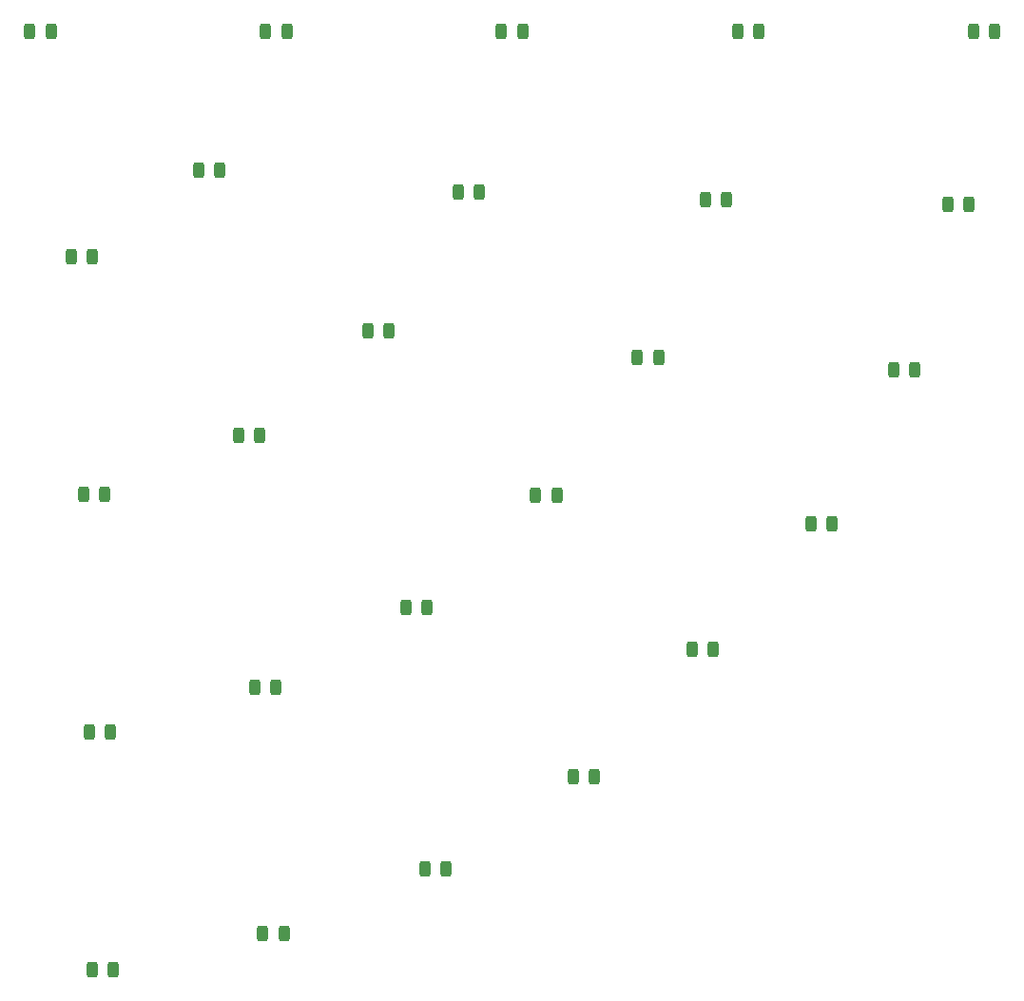
<source format=gbr>
%TF.GenerationSoftware,KiCad,Pcbnew,7.0.8*%
%TF.CreationDate,2025-01-10T21:38:43+01:00*%
%TF.ProjectId,UV_Disc_Charger,55565f44-6973-4635-9f43-686172676572,rev?*%
%TF.SameCoordinates,Original*%
%TF.FileFunction,Paste,Bot*%
%TF.FilePolarity,Positive*%
%FSLAX46Y46*%
G04 Gerber Fmt 4.6, Leading zero omitted, Abs format (unit mm)*
G04 Created by KiCad (PCBNEW 7.0.8) date 2025-01-10 21:38:43*
%MOMM*%
%LPD*%
G01*
G04 APERTURE LIST*
G04 Aperture macros list*
%AMRoundRect*
0 Rectangle with rounded corners*
0 $1 Rounding radius*
0 $2 $3 $4 $5 $6 $7 $8 $9 X,Y pos of 4 corners*
0 Add a 4 corners polygon primitive as box body*
4,1,4,$2,$3,$4,$5,$6,$7,$8,$9,$2,$3,0*
0 Add four circle primitives for the rounded corners*
1,1,$1+$1,$2,$3*
1,1,$1+$1,$4,$5*
1,1,$1+$1,$6,$7*
1,1,$1+$1,$8,$9*
0 Add four rect primitives between the rounded corners*
20,1,$1+$1,$2,$3,$4,$5,0*
20,1,$1+$1,$4,$5,$6,$7,0*
20,1,$1+$1,$6,$7,$8,$9,0*
20,1,$1+$1,$8,$9,$2,$3,0*%
G04 Aperture macros list end*
%ADD10RoundRect,0.243750X0.243750X0.456250X-0.243750X0.456250X-0.243750X-0.456250X0.243750X-0.456250X0*%
G04 APERTURE END LIST*
D10*
%TO.C,D29*%
X185525000Y-70680000D03*
X183650000Y-70680000D03*
%TD*%
%TO.C,D28*%
X134810000Y-107190000D03*
X136685000Y-107190000D03*
%TD*%
%TO.C,D27*%
X164325000Y-93240000D03*
X162450000Y-93240000D03*
%TD*%
%TO.C,D26*%
X134070000Y-85290000D03*
X135945000Y-85290000D03*
%TD*%
%TO.C,D25*%
X149435000Y-78130000D03*
X147560000Y-78130000D03*
%TD*%
%TO.C,D24*%
X151115000Y-101430000D03*
X149240000Y-101430000D03*
%TD*%
%TO.C,D23*%
X174905000Y-81890000D03*
X173030000Y-81890000D03*
%TD*%
%TO.C,D22*%
X121475000Y-110370000D03*
X119600000Y-110370000D03*
%TD*%
%TO.C,D21*%
X160995000Y-68160000D03*
X159120000Y-68160000D03*
%TD*%
%TO.C,D20*%
X119330000Y-89260000D03*
X121205000Y-89260000D03*
%TD*%
%TO.C,D19*%
X146025000Y-53520000D03*
X144150000Y-53520000D03*
%TD*%
%TO.C,D18*%
X134525000Y-62810000D03*
X132650000Y-62810000D03*
%TD*%
%TO.C,D17*%
X120715000Y-68090000D03*
X118840000Y-68090000D03*
%TD*%
%TO.C,D16*%
X130965000Y-39180000D03*
X129090000Y-39180000D03*
%TD*%
%TO.C,D15*%
X119615000Y-46870000D03*
X117740000Y-46870000D03*
%TD*%
%TO.C,D14*%
X192865000Y-56990000D03*
X190990000Y-56990000D03*
%TD*%
%TO.C,D13*%
X197725000Y-42230000D03*
X195850000Y-42230000D03*
%TD*%
%TO.C,D12*%
X176125000Y-41860000D03*
X174250000Y-41860000D03*
%TD*%
%TO.C,D11*%
X199945000Y-26850000D03*
X198070000Y-26850000D03*
%TD*%
%TO.C,D10*%
X178945000Y-26850000D03*
X177070000Y-26850000D03*
%TD*%
%TO.C,D9*%
X170045000Y-55860000D03*
X168170000Y-55860000D03*
%TD*%
%TO.C,D8*%
X154095000Y-41130000D03*
X152220000Y-41130000D03*
%TD*%
%TO.C,D7*%
X157945000Y-26850000D03*
X156070000Y-26850000D03*
%TD*%
%TO.C,D6*%
X136945000Y-26850000D03*
X135070000Y-26850000D03*
%TD*%
%TO.C,D5*%
X115945000Y-26850000D03*
X114070000Y-26850000D03*
%TD*%
M02*

</source>
